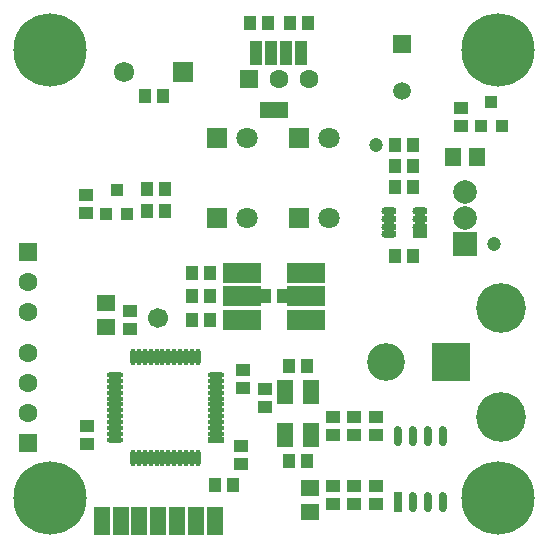
<source format=gts>
G04 (created by PCBNEW (2013-05-16 BZR 4016)-stable) date 03/07/2013 13:28:14*
%MOIN*%
G04 Gerber Fmt 3.4, Leading zero omitted, Abs format*
%FSLAX34Y34*%
G01*
G70*
G90*
G04 APERTURE LIST*
%ADD10C,0.00590551*%
%ADD11R,0.039374X0.078774*%
%ADD12C,0.047274*%
%ADD13R,0.0787402X0.0787402*%
%ADD14C,0.0787402*%
%ADD15R,0.051174X0.025574*%
%ADD16O,0.051174X0.025574*%
%ADD17R,0.043874X0.043874*%
%ADD18O,0.027874X0.066974*%
%ADD19R,0.027874X0.066974*%
%ADD20R,0.052874X0.046474*%
%ADD21R,0.062974X0.062974*%
%ADD22C,0.062974*%
%ADD23R,0.062874X0.062874*%
%ADD24C,0.062874*%
%ADD25C,0.066974*%
%ADD26R,0.047874X0.042874*%
%ADD27R,0.042874X0.047874*%
%ADD28R,0.055074X0.019674*%
%ADD29O,0.055074X0.019674*%
%ADD30O,0.019674X0.055074*%
%ADD31R,0.125974X0.070874*%
%ADD32R,0.055074X0.082674*%
%ADD33C,0.125974*%
%ADD34R,0.125974X0.125974*%
%ADD35C,0.165374*%
%ADD36R,0.062874X0.052874*%
%ADD37R,0.059074X0.059074*%
%ADD38C,0.059074*%
%ADD39R,0.0708661X0.0708661*%
%ADD40C,0.0708661*%
%ADD41C,0.244074*%
%ADD42R,0.067874X0.067874*%
%ADD43C,0.067874*%
%ADD44R,0.052874X0.062874*%
%ADD45R,0.046474X0.052874*%
G04 APERTURE END LIST*
G54D10*
G54D11*
X101588Y-66062D03*
X102088Y-66062D03*
X101088Y-66062D03*
X100588Y-66062D03*
G54D12*
X104583Y-69123D03*
X108503Y-72440D03*
G54D13*
X107559Y-72440D03*
G54D14*
X107559Y-71574D03*
X107559Y-70708D03*
G54D15*
X106039Y-72106D03*
G54D16*
X106039Y-71850D03*
X106039Y-71594D03*
X105015Y-72106D03*
X105015Y-71338D03*
X105015Y-71594D03*
X106039Y-71338D03*
X105015Y-71850D03*
G54D17*
X108775Y-68510D03*
X108075Y-68510D03*
X108425Y-67710D03*
X96294Y-71423D03*
X95594Y-71423D03*
X95944Y-70623D03*
G54D18*
X105312Y-78821D03*
G54D19*
X105312Y-81021D03*
G54D18*
X105812Y-78821D03*
X106312Y-78821D03*
X106812Y-78821D03*
X105812Y-81021D03*
X106312Y-81021D03*
X106812Y-81021D03*
G54D20*
X95433Y-81421D03*
X95433Y-81885D03*
X97952Y-81421D03*
X97952Y-81885D03*
X97322Y-81421D03*
X97322Y-81885D03*
X96692Y-81421D03*
X96692Y-81885D03*
X96062Y-81421D03*
X96062Y-81885D03*
X99212Y-81421D03*
X99212Y-81885D03*
X98582Y-81421D03*
X98582Y-81885D03*
G54D21*
X92992Y-79059D03*
G54D22*
X92992Y-78059D03*
X92992Y-77059D03*
X92992Y-76059D03*
G54D23*
X92992Y-72700D03*
G54D24*
X92992Y-73700D03*
X92992Y-74700D03*
G54D23*
X100338Y-66929D03*
G54D24*
X101338Y-66929D03*
X102338Y-66929D03*
G54D25*
X97322Y-74881D03*
G54D26*
X103858Y-81087D03*
X103858Y-80487D03*
G54D27*
X100362Y-65047D03*
X100962Y-65047D03*
G54D26*
X94921Y-71402D03*
X94921Y-70802D03*
G54D27*
X96944Y-70590D03*
X97544Y-70590D03*
X105227Y-69123D03*
X105827Y-69123D03*
G54D26*
X107401Y-68488D03*
X107401Y-67888D03*
G54D27*
X105827Y-69832D03*
X105227Y-69832D03*
G54D26*
X103149Y-78803D03*
X103149Y-78203D03*
G54D27*
X98440Y-74173D03*
X99040Y-74173D03*
X98440Y-73385D03*
X99040Y-73385D03*
X98440Y-74960D03*
X99040Y-74960D03*
G54D26*
X100866Y-77859D03*
X100866Y-77259D03*
G54D28*
X99232Y-78957D03*
G54D29*
X99232Y-78761D03*
X99232Y-78564D03*
X99232Y-78367D03*
X99232Y-78170D03*
X99232Y-77973D03*
X99232Y-77776D03*
X99232Y-77579D03*
X99232Y-77383D03*
X99232Y-77186D03*
X99232Y-76989D03*
X99233Y-76792D03*
G54D30*
X98640Y-76201D03*
X98444Y-76201D03*
X98247Y-76201D03*
X98050Y-76201D03*
X97853Y-76201D03*
X97656Y-76201D03*
X97459Y-76201D03*
X97263Y-76201D03*
X97066Y-76201D03*
X96869Y-76201D03*
X96673Y-76201D03*
X96476Y-76201D03*
G54D29*
X95885Y-76791D03*
X95885Y-76988D03*
X95885Y-77185D03*
X95885Y-77382D03*
X95885Y-77579D03*
X95885Y-77776D03*
X95885Y-77973D03*
X95885Y-78169D03*
X95885Y-78366D03*
X95885Y-78563D03*
X95885Y-78760D03*
X95885Y-78957D03*
G54D30*
X96476Y-79547D03*
X96673Y-79547D03*
X96870Y-79547D03*
X97067Y-79547D03*
X97264Y-79547D03*
X97461Y-79547D03*
X97657Y-79547D03*
X97854Y-79547D03*
X98051Y-79547D03*
X98248Y-79547D03*
X98445Y-79547D03*
X98642Y-79547D03*
G54D31*
X102244Y-73386D03*
X102244Y-74173D03*
X102244Y-74960D03*
X100118Y-73386D03*
X100118Y-74173D03*
X100118Y-74960D03*
G54D27*
X100881Y-74173D03*
X101481Y-74173D03*
G54D32*
X102406Y-78801D03*
X102406Y-77345D03*
X101540Y-77345D03*
X101540Y-78801D03*
G54D33*
X104921Y-76377D03*
G54D34*
X107086Y-76377D03*
G54D35*
X108740Y-74566D03*
X108740Y-78188D03*
G54D36*
X102362Y-81344D03*
X102362Y-80544D03*
X95590Y-75203D03*
X95590Y-74403D03*
G54D26*
X100157Y-77229D03*
X100157Y-76629D03*
G54D27*
X105827Y-70540D03*
X105227Y-70540D03*
G54D26*
X94957Y-79084D03*
X94957Y-78484D03*
G54D27*
X99227Y-80472D03*
X99827Y-80472D03*
G54D26*
X100078Y-79148D03*
X100078Y-79748D03*
X96377Y-75260D03*
X96377Y-74660D03*
G54D27*
X102273Y-79648D03*
X101673Y-79648D03*
X101673Y-76498D03*
X102273Y-76498D03*
G54D26*
X103149Y-81087D03*
X103149Y-80487D03*
X104566Y-81087D03*
X104566Y-80487D03*
X104566Y-78803D03*
X104566Y-78203D03*
X103858Y-78803D03*
X103858Y-78203D03*
G54D27*
X101701Y-65047D03*
X102301Y-65047D03*
X97465Y-67480D03*
X96865Y-67480D03*
G54D37*
X105433Y-65748D03*
G54D38*
X105433Y-67322D03*
G54D39*
X102019Y-71574D03*
G54D40*
X103019Y-71574D03*
G54D39*
X99263Y-71574D03*
G54D40*
X100263Y-71574D03*
G54D39*
X102019Y-68897D03*
G54D40*
X103019Y-68897D03*
G54D39*
X99263Y-68897D03*
G54D40*
X100263Y-68897D03*
G54D41*
X108661Y-65944D03*
X93700Y-65944D03*
X108661Y-80905D03*
X93700Y-80905D03*
G54D27*
X105227Y-72824D03*
X105827Y-72824D03*
G54D42*
X98149Y-66692D03*
G54D43*
X96181Y-66692D03*
G54D44*
X107159Y-69527D03*
X107959Y-69527D03*
G54D45*
X100949Y-67952D03*
X101413Y-67952D03*
G54D27*
X96944Y-71338D03*
X97544Y-71338D03*
M02*

</source>
